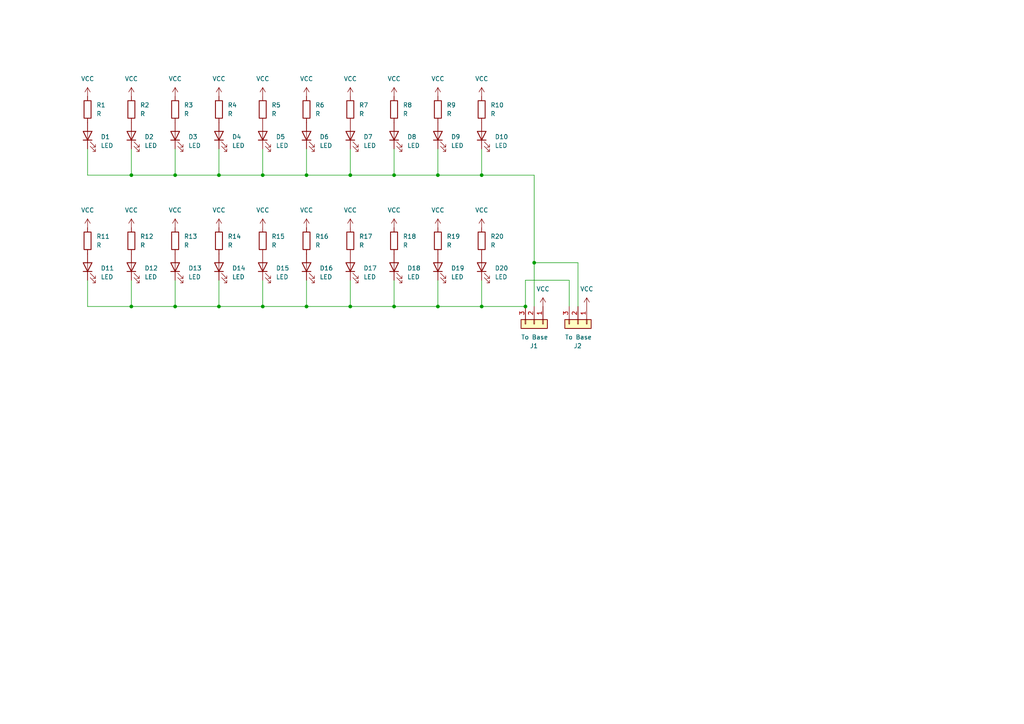
<source format=kicad_sch>
(kicad_sch (version 20230121) (generator eeschema)
  (paper "A4")
  (lib_symbols
    (symbol "Connector_Generic:Conn_01x03" (pin_names (offset 1.016) hide)
      (property "Reference" "J" (at 0 5.08 0))
      (property "Value" "Conn_01x03" (at 0 -5.08 0))
      (symbol "Conn_01x03_1_1"
        (rectangle (start -1.27 -2.413) (end 0 -2.667) (stroke (width 0.1524)))
        (rectangle (start -1.27 0.127) (end 0 -0.127) (stroke (width 0.1524)))
        (rectangle (start -1.27 2.667) (end 0 2.413) (stroke (width 0.1524)))
        (rectangle (start -1.27 3.81) (end 1.27 -3.81) (stroke (width 0.254)) (fill (type background)))
        (pin passive line (at -5.08 2.54 0) (length 3.81) (name "Pin_1") (number "1"))
        (pin passive line (at -5.08 0 0) (length 3.81) (name "Pin_2") (number "2"))
        (pin passive line (at -5.08 -2.54 0) (length 3.81) (name "Pin_3") (number "3"))
      )
    )
    (symbol "Device:LED" (pin_numbers hide) (pin_names (offset 1.016) hide)
      (property "Reference" "D" (at 0 2.54 0))
      (property "Value" "LED" (at 0 -2.54 0))
      (symbol "LED_0_1"
        (polyline (pts (xy -1.27 -1.27) (xy -1.27 1.27)) (stroke (width 0.254)))
        (polyline (pts (xy -1.27 0) (xy 1.27 0)))
        (polyline (pts (xy 1.27 -1.27) (xy 1.27 1.27) (xy -1.27 0) (xy 1.27 -1.27)) (stroke (width 0.254)))
        (polyline (pts (xy -3.048 -0.762) (xy -4.572 -2.286) (xy -3.81 -2.286) (xy -4.572 -2.286) (xy -4.572 -1.524)))
        (polyline (pts (xy -1.778 -0.762) (xy -3.302 -2.286) (xy -2.54 -2.286) (xy -3.302 -2.286) (xy -3.302 -1.524)))
      )
      (symbol "LED_1_1"
        (pin passive line (at -3.81 0 0) (length 2.54) (name "K") (number "1"))
        (pin passive line (at 3.81 0 180) (length 2.54) (name "A") (number "2"))
      )
    )
    (symbol "Device:R" (pin_numbers hide) (pin_names (offset 0))
      (property "Reference" "R" (at 2.032 0 90))
      (property "Value" "R" (at 0 0 90))
      (symbol "R_0_1"
        (rectangle (start -1.016 -2.54) (end 1.016 2.54) (stroke (width 0.254)))
      )
      (symbol "R_1_1"
        (pin passive line (at 0 3.81 270) (length 1.27) (name "~") (number "1"))
        (pin passive line (at 0 -3.81 90) (length 1.27) (name "~") (number "2"))
      )
    )
    (symbol "power:VCC" (power) (pin_names (offset 0))
      (property "Value" "VCC" (at 0 3.81 0))
      (symbol "VCC_0_1"
        (polyline (pts (xy -0.762 1.27) (xy 0 2.54)))
        (polyline (pts (xy 0 0) (xy 0 2.54)))
        (polyline (pts (xy 0 2.54) (xy 0.762 1.27)))
      )
      (symbol "VCC_1_1"
        (pin power_in line (at 0 0 90) (length 0) hide (name "VCC") (number "1"))
      )
    )
  )
  (junction (at 63.5 88.9))
  (junction (at 154.94 76.2))
  (junction (at 63.5 50.8))
  (junction (at 50.8 50.8))
  (junction (at 76.2 50.8))
  (junction (at 139.7 88.9))
  (junction (at 38.1 88.9))
  (junction (at 152.4 88.9))
  (junction (at 50.8 88.9))
  (junction (at 101.6 88.9))
  (junction (at 38.1 50.8))
  (junction (at 139.7 50.8))
  (junction (at 76.2 88.9))
  (junction (at 114.3 88.9))
  (junction (at 101.6 50.8))
  (junction (at 88.9 50.8))
  (junction (at 88.9 88.9))
  (junction (at 127 88.9))
  (junction (at 127 50.8))
  (junction (at 114.3 50.8))
  (wire (pts (xy 139.7 43.18) (xy 139.7 50.8)))
  (wire (pts (xy 38.1 43.18) (xy 38.1 50.8)))
  (wire (pts (xy 38.1 81.28) (xy 38.1 88.9)))
  (wire (pts (xy 63.5 43.18) (xy 63.5 50.8)))
  (wire (pts (xy 50.8 81.28) (xy 50.8 88.9)))
  (wire (pts (xy 167.64 88.9) (xy 167.64 76.2)))
  (wire (pts (xy 38.1 88.9) (xy 25.4 88.9)))
  (wire (pts (xy 50.8 43.18) (xy 50.8 50.8)))
  (wire (pts (xy 88.9 88.9) (xy 76.2 88.9)))
  (wire (pts (xy 114.3 88.9) (xy 101.6 88.9)))
  (wire (pts (xy 114.3 50.8) (xy 101.6 50.8)))
  (wire (pts (xy 167.64 76.2) (xy 154.94 76.2)))
  (wire (pts (xy 50.8 88.9) (xy 38.1 88.9)))
  (wire (pts (xy 76.2 88.9) (xy 63.5 88.9)))
  (wire (pts (xy 63.5 81.28) (xy 63.5 88.9)))
  (wire (pts (xy 101.6 81.28) (xy 101.6 88.9)))
  (wire (pts (xy 154.94 76.2) (xy 154.94 50.8)))
  (wire (pts (xy 139.7 88.9) (xy 127 88.9)))
  (wire (pts (xy 63.5 88.9) (xy 50.8 88.9)))
  (wire (pts (xy 127 88.9) (xy 114.3 88.9)))
  (wire (pts (xy 38.1 50.8) (xy 25.4 50.8)))
  (wire (pts (xy 139.7 50.8) (xy 127 50.8)))
  (wire (pts (xy 152.4 88.9) (xy 139.7 88.9)))
  (wire (pts (xy 88.9 50.8) (xy 76.2 50.8)))
  (wire (pts (xy 88.9 43.18) (xy 88.9 50.8)))
  (wire (pts (xy 165.1 81.28) (xy 152.4 81.28)))
  (wire (pts (xy 88.9 81.28) (xy 88.9 88.9)))
  (wire (pts (xy 152.4 81.28) (xy 152.4 88.9)))
  (wire (pts (xy 25.4 50.8) (xy 25.4 43.18)))
  (wire (pts (xy 101.6 43.18) (xy 101.6 50.8)))
  (wire (pts (xy 76.2 81.28) (xy 76.2 88.9)))
  (wire (pts (xy 25.4 88.9) (xy 25.4 81.28)))
  (wire (pts (xy 114.3 81.28) (xy 114.3 88.9)))
  (wire (pts (xy 165.1 88.9) (xy 165.1 81.28)))
  (wire (pts (xy 154.94 50.8) (xy 139.7 50.8)))
  (wire (pts (xy 50.8 50.8) (xy 38.1 50.8)))
  (wire (pts (xy 76.2 43.18) (xy 76.2 50.8)))
  (wire (pts (xy 63.5 50.8) (xy 50.8 50.8)))
  (wire (pts (xy 114.3 43.18) (xy 114.3 50.8)))
  (wire (pts (xy 76.2 50.8) (xy 63.5 50.8)))
  (wire (pts (xy 154.94 88.9) (xy 154.94 76.2)))
  (wire (pts (xy 101.6 50.8) (xy 88.9 50.8)))
  (wire (pts (xy 101.6 88.9) (xy 88.9 88.9)))
  (wire (pts (xy 127 50.8) (xy 114.3 50.8)))
  (wire (pts (xy 127 81.28) (xy 127 88.9)))
  (wire (pts (xy 139.7 81.28) (xy 139.7 88.9)))
  (wire (pts (xy 127 43.18) (xy 127 50.8)))
  (symbol (lib_id "power:VCC") (at 25.4 27.94 0) (unit 1)
    (property "Reference" "#PWR01" (effects hide))
    (property "Value" "VCC" (at 25.4 22.86 0))
  )
  (symbol (lib_id "Device:LED") (at 127 39.37 90) (unit 1)
    (property "Reference" "D9" (at 130.81 39.6875 90) (effects (justify right)))
    (property "Value" "LED" (at 130.81 42.2275 90) (effects (justify right)))
    (property "Footprint" "Diode_SMD:D_1206_3216Metric_Pad1.42x1.75mm_HandSolder" (effects hide))
  )
  (symbol (lib_id "Device:R") (at 25.4 69.85 0) (unit 1)
    (property "Reference" "R11" (at 27.94 68.58 0) (effects (justify left)))
    (property "Value" "R" (at 27.94 71.12 0) (effects (justify left)))
    (property "Footprint" "Resistor_SMD:R_1206_3216Metric_Pad1.30x1.75mm_HandSolder" (effects hide))
  )
  (symbol (lib_id "Device:R") (at 114.3 31.75 0) (unit 1)
    (property "Reference" "R8" (at 116.84 30.48 0) (effects (justify left)))
    (property "Value" "R" (at 116.84 33.02 0) (effects (justify left)))
    (property "Footprint" "Resistor_SMD:R_1206_3216Metric_Pad1.30x1.75mm_HandSolder" (effects hide))
  )
  (symbol (lib_id "Device:R") (at 88.9 69.85 0) (unit 1)
    (property "Reference" "R16" (at 91.44 68.58 0) (effects (justify left)))
    (property "Value" "R" (at 91.44 71.12 0) (effects (justify left)))
    (property "Footprint" "Resistor_SMD:R_1206_3216Metric_Pad1.30x1.75mm_HandSolder" (effects hide))
  )
  (symbol (lib_id "power:VCC") (at 88.9 66.04 0) (unit 1)
    (property "Reference" "#PWR016" (effects hide))
    (property "Value" "VCC" (at 88.9 60.96 0))
  )
  (symbol (lib_id "Device:R") (at 25.4 31.75 0) (unit 1)
    (property "Reference" "R1" (at 27.94 30.48 0) (effects (justify left)))
    (property "Value" "R" (at 27.94 33.02 0) (effects (justify left)))
    (property "Footprint" "Resistor_SMD:R_1206_3216Metric_Pad1.30x1.75mm_HandSolder" (effects hide))
  )
  (symbol (lib_id "power:VCC") (at 88.9 27.94 0) (unit 1)
    (property "Reference" "#PWR06" (effects hide))
    (property "Value" "VCC" (at 88.9 22.86 0))
  )
  (symbol (lib_id "power:VCC") (at 101.6 27.94 0) (unit 1)
    (property "Reference" "#PWR07" (effects hide))
    (property "Value" "VCC" (at 101.6 22.86 0))
  )
  (symbol (lib_id "power:VCC") (at 25.4 66.04 0) (unit 1)
    (property "Reference" "#PWR011" (effects hide))
    (property "Value" "VCC" (at 25.4 60.96 0))
  )
  (symbol (lib_id "Device:R") (at 127 31.75 0) (unit 1)
    (property "Reference" "R9" (at 129.54 30.48 0) (effects (justify left)))
    (property "Value" "R" (at 129.54 33.02 0) (effects (justify left)))
    (property "Footprint" "Resistor_SMD:R_1206_3216Metric_Pad1.30x1.75mm_HandSolder" (effects hide))
  )
  (symbol (lib_id "Device:R") (at 38.1 69.85 0) (unit 1)
    (property "Reference" "R12" (at 40.64 68.58 0) (effects (justify left)))
    (property "Value" "R" (at 40.64 71.12 0) (effects (justify left)))
    (property "Footprint" "Resistor_SMD:R_1206_3216Metric_Pad1.30x1.75mm_HandSolder" (effects hide))
  )
  (symbol (lib_id "Device:R") (at 50.8 69.85 0) (unit 1)
    (property "Reference" "R13" (at 53.34 68.58 0) (effects (justify left)))
    (property "Value" "R" (at 53.34 71.12 0) (effects (justify left)))
    (property "Footprint" "Resistor_SMD:R_1206_3216Metric_Pad1.30x1.75mm_HandSolder" (effects hide))
  )
  (symbol (lib_id "power:VCC") (at 50.8 66.04 0) (unit 1)
    (property "Reference" "#PWR013" (effects hide))
    (property "Value" "VCC" (at 50.8 60.96 0))
  )
  (symbol (lib_id "Device:LED") (at 114.3 39.37 90) (unit 1)
    (property "Reference" "D8" (at 118.11 39.6875 90) (effects (justify right)))
    (property "Value" "LED" (at 118.11 42.2275 90) (effects (justify right)))
    (property "Footprint" "Diode_SMD:D_1206_3216Metric_Pad1.42x1.75mm_HandSolder" (effects hide))
  )
  (symbol (lib_id "Device:LED") (at 76.2 39.37 90) (unit 1)
    (property "Reference" "D5" (at 80.01 39.6875 90) (effects (justify right)))
    (property "Value" "LED" (at 80.01 42.2275 90) (effects (justify right)))
    (property "Footprint" "Diode_SMD:D_1206_3216Metric_Pad1.42x1.75mm_HandSolder" (effects hide))
  )
  (symbol (lib_id "Device:LED") (at 114.3 77.47 90) (unit 1)
    (property "Reference" "D18" (at 118.11 77.7875 90) (effects (justify right)))
    (property "Value" "LED" (at 118.11 80.3275 90) (effects (justify right)))
    (property "Footprint" "Diode_SMD:D_1206_3216Metric_Pad1.42x1.75mm_HandSolder" (effects hide))
  )
  (symbol (lib_id "power:VCC") (at 63.5 27.94 0) (unit 1)
    (property "Reference" "#PWR04" (effects hide))
    (property "Value" "VCC" (at 63.5 22.86 0))
  )
  (symbol (lib_id "Device:R") (at 76.2 31.75 0) (unit 1)
    (property "Reference" "R5" (at 78.74 30.48 0) (effects (justify left)))
    (property "Value" "R" (at 78.74 33.02 0) (effects (justify left)))
    (property "Footprint" "Resistor_SMD:R_1206_3216Metric_Pad1.30x1.75mm_HandSolder" (effects hide))
  )
  (symbol (lib_id "Device:LED") (at 88.9 77.47 90) (unit 1)
    (property "Reference" "D16" (at 92.71 77.7875 90) (effects (justify right)))
    (property "Value" "LED" (at 92.71 80.3275 90) (effects (justify right)))
    (property "Footprint" "Diode_SMD:D_1206_3216Metric_Pad1.42x1.75mm_HandSolder" (effects hide))
  )
  (symbol (lib_id "power:VCC") (at 114.3 27.94 0) (unit 1)
    (property "Reference" "#PWR08" (effects hide))
    (property "Value" "VCC" (at 114.3 22.86 0))
  )
  (symbol (lib_id "Device:LED") (at 127 77.47 90) (unit 1)
    (property "Reference" "D19" (at 130.81 77.7875 90) (effects (justify right)))
    (property "Value" "LED" (at 130.81 80.3275 90) (effects (justify right)))
    (property "Footprint" "Diode_SMD:D_1206_3216Metric_Pad1.42x1.75mm_HandSolder" (effects hide))
  )
  (symbol (lib_id "Device:LED") (at 50.8 77.47 90) (unit 1)
    (property "Reference" "D13" (at 54.61 77.7875 90) (effects (justify right)))
    (property "Value" "LED" (at 54.61 80.3275 90) (effects (justify right)))
    (property "Footprint" "Diode_SMD:D_1206_3216Metric_Pad1.42x1.75mm_HandSolder" (effects hide))
  )
  (symbol (lib_id "Device:LED") (at 101.6 39.37 90) (unit 1)
    (property "Reference" "D7" (at 105.41 39.6875 90) (effects (justify right)))
    (property "Value" "LED" (at 105.41 42.2275 90) (effects (justify right)))
    (property "Footprint" "Diode_SMD:D_1206_3216Metric_Pad1.42x1.75mm_HandSolder" (effects hide))
  )
  (symbol (lib_id "Device:R") (at 63.5 69.85 0) (unit 1)
    (property "Reference" "R14" (at 66.04 68.58 0) (effects (justify left)))
    (property "Value" "R" (at 66.04 71.12 0) (effects (justify left)))
    (property "Footprint" "Resistor_SMD:R_1206_3216Metric_Pad1.30x1.75mm_HandSolder" (effects hide))
  )
  (symbol (lib_id "power:VCC") (at 38.1 27.94 0) (unit 1)
    (property "Reference" "#PWR02" (effects hide))
    (property "Value" "VCC" (at 38.1 22.86 0))
  )
  (symbol (lib_id "power:VCC") (at 114.3 66.04 0) (unit 1)
    (property "Reference" "#PWR018" (effects hide))
    (property "Value" "VCC" (at 114.3 60.96 0))
  )
  (symbol (lib_id "Device:R") (at 50.8 31.75 0) (unit 1)
    (property "Reference" "R3" (at 53.34 30.48 0) (effects (justify left)))
    (property "Value" "R" (at 53.34 33.02 0) (effects (justify left)))
    (property "Footprint" "Resistor_SMD:R_1206_3216Metric_Pad1.30x1.75mm_HandSolder" (effects hide))
  )
  (symbol (lib_id "power:VCC") (at 170.18 88.9 0) (unit 1)
    (property "Reference" "#PWR022" (effects hide))
    (property "Value" "VCC" (at 170.18 83.82 0))
  )
  (symbol (lib_id "power:VCC") (at 157.48 88.9 0) (unit 1)
    (property "Reference" "#PWR021" (effects hide))
    (property "Value" "VCC" (at 157.48 83.82 0))
  )
  (symbol (lib_id "Device:LED") (at 88.9 39.37 90) (unit 1)
    (property "Reference" "D6" (at 92.71 39.6875 90) (effects (justify right)))
    (property "Value" "LED" (at 92.71 42.2275 90) (effects (justify right)))
    (property "Footprint" "Diode_SMD:D_1206_3216Metric_Pad1.42x1.75mm_HandSolder" (effects hide))
  )
  (symbol (lib_id "power:VCC") (at 139.7 27.94 0) (unit 1)
    (property "Reference" "#PWR010" (effects hide))
    (property "Value" "VCC" (at 139.7 22.86 0))
  )
  (symbol (lib_id "power:VCC") (at 63.5 66.04 0) (unit 1)
    (property "Reference" "#PWR014" (effects hide))
    (property "Value" "VCC" (at 63.5 60.96 0))
  )
  (symbol (lib_id "Device:R") (at 114.3 69.85 0) (unit 1)
    (property "Reference" "R18" (at 116.84 68.58 0) (effects (justify left)))
    (property "Value" "R" (at 116.84 71.12 0) (effects (justify left)))
    (property "Footprint" "Resistor_SMD:R_1206_3216Metric_Pad1.30x1.75mm_HandSolder" (effects hide))
  )
  (symbol (lib_id "power:VCC") (at 101.6 66.04 0) (unit 1)
    (property "Reference" "#PWR017" (effects hide))
    (property "Value" "VCC" (at 101.6 60.96 0))
  )
  (symbol (lib_id "Device:LED") (at 25.4 39.37 90) (unit 1)
    (property "Reference" "D1" (at 29.21 39.6875 90) (effects (justify right)))
    (property "Value" "LED" (at 29.21 42.2275 90) (effects (justify right)))
    (property "Footprint" "Diode_SMD:D_1206_3216Metric_Pad1.42x1.75mm_HandSolder" (effects hide))
  )
  (symbol (lib_id "power:VCC") (at 139.7 66.04 0) (unit 1)
    (property "Reference" "#PWR020" (effects hide))
    (property "Value" "VCC" (at 139.7 60.96 0))
  )
  (symbol (lib_id "Device:LED") (at 76.2 77.47 90) (unit 1)
    (property "Reference" "D15" (at 80.01 77.7875 90) (effects (justify right)))
    (property "Value" "LED" (at 80.01 80.3275 90) (effects (justify right)))
    (property "Footprint" "Diode_SMD:D_1206_3216Metric_Pad1.42x1.75mm_HandSolder" (effects hide))
  )
  (symbol (lib_id "Device:LED") (at 139.7 77.47 90) (unit 1)
    (property "Reference" "D20" (at 143.51 77.7875 90) (effects (justify right)))
    (property "Value" "LED" (at 143.51 80.3275 90) (effects (justify right)))
    (property "Footprint" "Diode_SMD:D_1206_3216Metric_Pad1.42x1.75mm_HandSolder" (effects hide))
  )
  (symbol (lib_id "Device:R") (at 101.6 69.85 0) (unit 1)
    (property "Reference" "R17" (at 104.14 68.58 0) (effects (justify left)))
    (property "Value" "R" (at 104.14 71.12 0) (effects (justify left)))
    (property "Footprint" "Resistor_SMD:R_1206_3216Metric_Pad1.30x1.75mm_HandSolder" (effects hide))
  )
  (symbol (lib_id "Device:R") (at 88.9 31.75 0) (unit 1)
    (property "Reference" "R6" (at 91.44 30.48 0) (effects (justify left)))
    (property "Value" "R" (at 91.44 33.02 0) (effects (justify left)))
    (property "Footprint" "Resistor_SMD:R_1206_3216Metric_Pad1.30x1.75mm_HandSolder" (effects hide))
  )
  (symbol (lib_id "Device:LED") (at 50.8 39.37 90) (unit 1)
    (property "Reference" "D3" (at 54.61 39.6875 90) (effects (justify right)))
    (property "Value" "LED" (at 54.61 42.2275 90) (effects (justify right)))
    (property "Footprint" "Diode_SMD:D_1206_3216Metric_Pad1.42x1.75mm_HandSolder" (effects hide))
  )
  (symbol (lib_id "Device:LED") (at 63.5 39.37 90) (unit 1)
    (property "Reference" "D4" (at 67.31 39.6875 90) (effects (justify right)))
    (property "Value" "LED" (at 67.31 42.2275 90) (effects (justify right)))
    (property "Footprint" "Diode_SMD:D_1206_3216Metric_Pad1.42x1.75mm_HandSolder" (effects hide))
  )
  (symbol (lib_id "Device:R") (at 139.7 31.75 0) (unit 1)
    (property "Reference" "R10" (at 142.24 30.48 0) (effects (justify left)))
    (property "Value" "R" (at 142.24 33.02 0) (effects (justify left)))
    (property "Footprint" "Resistor_SMD:R_1206_3216Metric_Pad1.30x1.75mm_HandSolder" (effects hide))
  )
  (symbol (lib_id "Device:LED") (at 38.1 77.47 90) (unit 1)
    (property "Reference" "D12" (at 41.91 77.7875 90) (effects (justify right)))
    (property "Value" "LED" (at 41.91 80.3275 90) (effects (justify right)))
    (property "Footprint" "Diode_SMD:D_1206_3216Metric_Pad1.42x1.75mm_HandSolder" (effects hide))
  )
  (symbol (lib_id "power:VCC") (at 50.8 27.94 0) (unit 1)
    (property "Reference" "#PWR03" (effects hide))
    (property "Value" "VCC" (at 50.8 22.86 0))
  )
  (symbol (lib_id "Device:LED") (at 38.1 39.37 90) (unit 1)
    (property "Reference" "D2" (at 41.91 39.6875 90) (effects (justify right)))
    (property "Value" "LED" (at 41.91 42.2275 90) (effects (justify right)))
    (property "Footprint" "Diode_SMD:D_1206_3216Metric_Pad1.42x1.75mm_HandSolder" (effects hide))
  )
  (symbol (lib_id "Device:R") (at 38.1 31.75 0) (unit 1)
    (property "Reference" "R2" (at 40.64 30.48 0) (effects (justify left)))
    (property "Value" "R" (at 40.64 33.02 0) (effects (justify left)))
    (property "Footprint" "Resistor_SMD:R_1206_3216Metric_Pad1.30x1.75mm_HandSolder" (effects hide))
  )
  (symbol (lib_id "Connector_Generic:Conn_01x03") (at 154.94 93.98 270) (unit 1)
    (property "Reference" "J1" (at 153.67 100.33 90) (effects (justify left)))
    (property "Value" "To Base" (at 151.13 97.79 90) (effects (justify left)))
    (property "Footprint" "Connector_PinHeader_2.54mm:PinHeader_1x03_P2.54mm_Vertical" (effects hide))
  )
  (symbol (lib_id "Device:LED") (at 139.7 39.37 90) (unit 1)
    (property "Reference" "D10" (at 143.51 39.6875 90) (effects (justify right)))
    (property "Value" "LED" (at 143.51 42.2275 90) (effects (justify right)))
    (property "Footprint" "Diode_SMD:D_1206_3216Metric_Pad1.42x1.75mm_HandSolder" (effects hide))
  )
  (symbol (lib_id "Device:R") (at 76.2 69.85 0) (unit 1)
    (property "Reference" "R15" (at 78.74 68.58 0) (effects (justify left)))
    (property "Value" "R" (at 78.74 71.12 0) (effects (justify left)))
    (property "Footprint" "Resistor_SMD:R_1206_3216Metric_Pad1.30x1.75mm_HandSolder" (effects hide))
  )
  (symbol (lib_id "power:VCC") (at 76.2 27.94 0) (unit 1)
    (property "Reference" "#PWR05" (effects hide))
    (property "Value" "VCC" (at 76.2 22.86 0))
  )
  (symbol (lib_id "Device:R") (at 127 69.85 0) (unit 1)
    (property "Reference" "R19" (at 129.54 68.58 0) (effects (justify left)))
    (property "Value" "R" (at 129.54 71.12 0) (effects (justify left)))
    (property "Footprint" "Resistor_SMD:R_1206_3216Metric_Pad1.30x1.75mm_HandSolder" (effects hide))
  )
  (symbol (lib_id "power:VCC") (at 127 66.04 0) (unit 1)
    (property "Reference" "#PWR019" (effects hide))
    (property "Value" "VCC" (at 127 60.96 0))
  )
  (symbol (lib_id "Device:R") (at 139.7 69.85 0) (unit 1)
    (property "Reference" "R20" (at 142.24 68.58 0) (effects (justify left)))
    (property "Value" "R" (at 142.24 71.12 0) (effects (justify left)))
    (property "Footprint" "Resistor_SMD:R_1206_3216Metric_Pad1.30x1.75mm_HandSolder" (effects hide))
  )
  (symbol (lib_id "Device:LED") (at 101.6 77.47 90) (unit 1)
    (property "Reference" "D17" (at 105.41 77.7875 90) (effects (justify right)))
    (property "Value" "LED" (at 105.41 80.3275 90) (effects (justify right)))
    (property "Footprint" "Diode_SMD:D_1206_3216Metric_Pad1.42x1.75mm_HandSolder" (effects hide))
  )
  (symbol (lib_id "power:VCC") (at 76.2 66.04 0) (unit 1)
    (property "Reference" "#PWR015" (effects hide))
    (property "Value" "VCC" (at 76.2 60.96 0))
  )
  (symbol (lib_id "Device:LED") (at 25.4 77.47 90) (unit 1)
    (property "Reference" "D11" (at 29.21 77.7875 90) (effects (justify right)))
    (property "Value" "LED" (at 29.21 80.3275 90) (effects (justify right)))
    (property "Footprint" "Diode_SMD:D_1206_3216Metric_Pad1.42x1.75mm_HandSolder" (effects hide))
  )
  (symbol (lib_id "Device:R") (at 101.6 31.75 0) (unit 1)
    (property "Reference" "R7" (at 104.14 30.48 0) (effects (justify left)))
    (property "Value" "R" (at 104.14 33.02 0) (effects (justify left)))
    (property "Footprint" "Resistor_SMD:R_1206_3216Metric_Pad1.30x1.75mm_HandSolder" (effects hide))
  )
  (symbol (lib_id "Connector_Generic:Conn_01x03") (at 167.64 93.98 270) (unit 1)
    (property "Reference" "J2" (at 166.37 100.33 90) (effects (justify left)))
    (property "Value" "To Base" (at 163.83 97.79 90) (effects (justify left)))
    (property "Footprint" "Connector_PinHeader_2.54mm:PinHeader_1x03_P2.54mm_Vertical" (effects hide))
  )
  (symbol (lib_id "Device:R") (at 63.5 31.75 0) (unit 1)
    (property "Reference" "R4" (at 66.04 30.48 0) (effects (justify left)))
    (property "Value" "R" (at 66.04 33.02 0) (effects (justify left)))
    (property "Footprint" "Resistor_SMD:R_1206_3216Metric_Pad1.30x1.75mm_HandSolder" (effects hide))
  )
  (symbol (lib_id "Device:LED") (at 63.5 77.47 90) (unit 1)
    (property "Reference" "D14" (at 67.31 77.7875 90) (effects (justify right)))
    (property "Value" "LED" (at 67.31 80.3275 90) (effects (justify right)))
    (property "Footprint" "Diode_SMD:D_1206_3216Metric_Pad1.42x1.75mm_HandSolder" (effects hide))
  )
  (symbol (lib_id "power:VCC") (at 38.1 66.04 0) (unit 1)
    (property "Reference" "#PWR012" (effects hide))
    (property "Value" "VCC" (at 38.1 60.96 0))
  )
  (symbol (lib_id "power:VCC") (at 127 27.94 0) (unit 1)
    (property "Reference" "#PWR09" (effects hide))
    (property "Value" "VCC" (at 127 22.86 0))
  )
)
</source>
